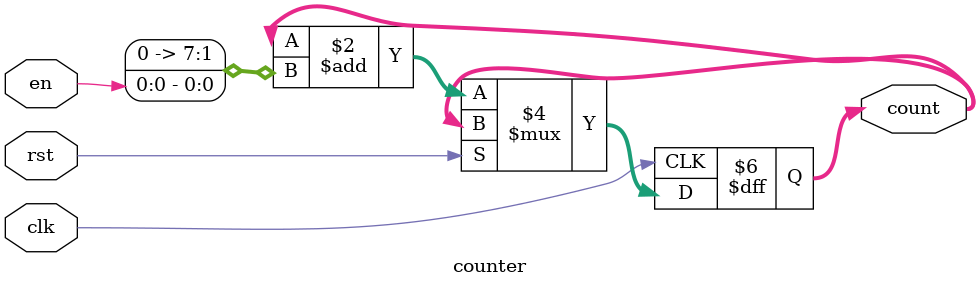
<source format=sv>
module counter #(
    parameter WIDTH = 8
)(
    //interface signals
    input logic clk,
    input logic rst,
    input logic en,
    output logic [WIDTH-1:0] count
);

always_ff @ (posedge clk)
    if(rst) count <= count;
    else count <= count + {{WIDTH-1{1'b0}}, en};

endmodule

</source>
